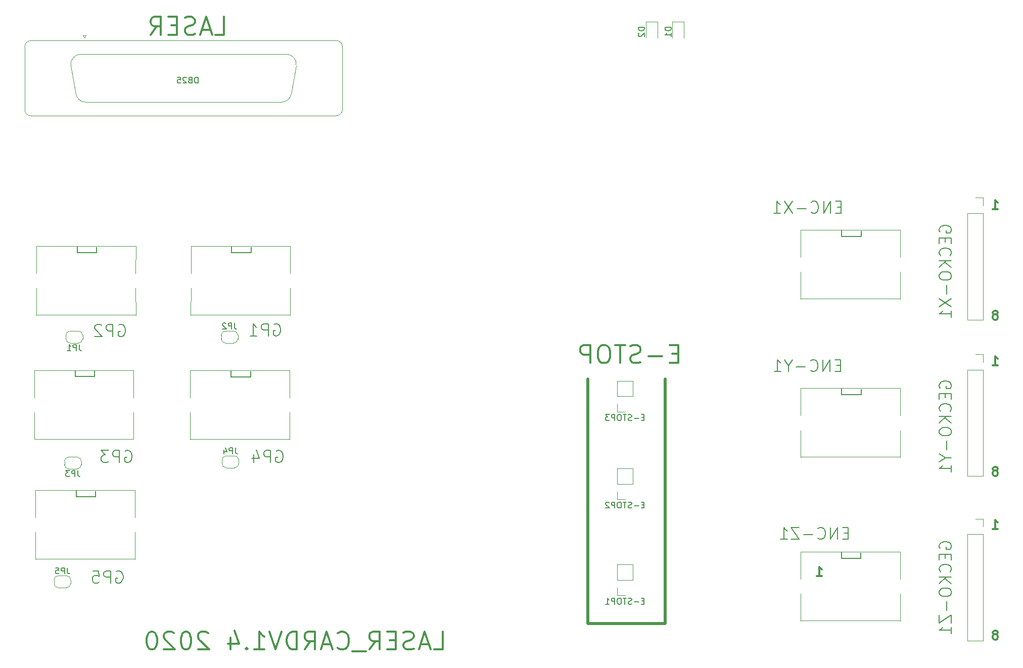
<source format=gbr>
G04 #@! TF.GenerationSoftware,KiCad,Pcbnew,(5.1.4-0-10_14)*
G04 #@! TF.CreationDate,2020-04-27T10:11:36-04:00*
G04 #@! TF.ProjectId,laser_card,6c617365-725f-4636-9172-642e6b696361,rev?*
G04 #@! TF.SameCoordinates,Original*
G04 #@! TF.FileFunction,Legend,Bot*
G04 #@! TF.FilePolarity,Positive*
%FSLAX46Y46*%
G04 Gerber Fmt 4.6, Leading zero omitted, Abs format (unit mm)*
G04 Created by KiCad (PCBNEW (5.1.4-0-10_14)) date 2020-04-27 10:11:36*
%MOMM*%
%LPD*%
G04 APERTURE LIST*
%ADD10C,0.300000*%
%ADD11C,0.500000*%
%ADD12C,0.120000*%
%ADD13C,0.150000*%
G04 APERTURE END LIST*
D10*
X93642857Y-42357142D02*
X95071428Y-42357142D01*
X95071428Y-39357142D01*
X92785714Y-41500000D02*
X91357142Y-41500000D01*
X93071428Y-42357142D02*
X92071428Y-39357142D01*
X91071428Y-42357142D01*
X90214285Y-42214285D02*
X89785714Y-42357142D01*
X89071428Y-42357142D01*
X88785714Y-42214285D01*
X88642857Y-42071428D01*
X88500000Y-41785714D01*
X88500000Y-41500000D01*
X88642857Y-41214285D01*
X88785714Y-41071428D01*
X89071428Y-40928571D01*
X89642857Y-40785714D01*
X89928571Y-40642857D01*
X90071428Y-40500000D01*
X90214285Y-40214285D01*
X90214285Y-39928571D01*
X90071428Y-39642857D01*
X89928571Y-39500000D01*
X89642857Y-39357142D01*
X88928571Y-39357142D01*
X88500000Y-39500000D01*
X87214285Y-40785714D02*
X86214285Y-40785714D01*
X85785714Y-42357142D02*
X87214285Y-42357142D01*
X87214285Y-39357142D01*
X85785714Y-39357142D01*
X82785714Y-42357142D02*
X83785714Y-40928571D01*
X84500000Y-42357142D02*
X84500000Y-39357142D01*
X83357142Y-39357142D01*
X83071428Y-39500000D01*
X82928571Y-39642857D01*
X82785714Y-39928571D01*
X82785714Y-40357142D01*
X82928571Y-40642857D01*
X83071428Y-40785714D01*
X83357142Y-40928571D01*
X84500000Y-40928571D01*
D11*
X156000000Y-141000000D02*
X156000000Y-100000000D01*
X169000000Y-141000000D02*
X156000000Y-141000000D01*
X169000000Y-100000000D02*
X169000000Y-141000000D01*
D10*
X171142857Y-95785714D02*
X170142857Y-95785714D01*
X169714285Y-97357142D02*
X171142857Y-97357142D01*
X171142857Y-94357142D01*
X169714285Y-94357142D01*
X168428571Y-96214285D02*
X166142857Y-96214285D01*
X164857142Y-97214285D02*
X164428571Y-97357142D01*
X163714285Y-97357142D01*
X163428571Y-97214285D01*
X163285714Y-97071428D01*
X163142857Y-96785714D01*
X163142857Y-96500000D01*
X163285714Y-96214285D01*
X163428571Y-96071428D01*
X163714285Y-95928571D01*
X164285714Y-95785714D01*
X164571428Y-95642857D01*
X164714285Y-95500000D01*
X164857142Y-95214285D01*
X164857142Y-94928571D01*
X164714285Y-94642857D01*
X164571428Y-94500000D01*
X164285714Y-94357142D01*
X163571428Y-94357142D01*
X163142857Y-94500000D01*
X162285714Y-94357142D02*
X160571428Y-94357142D01*
X161428571Y-97357142D02*
X161428571Y-94357142D01*
X159000000Y-94357142D02*
X158428571Y-94357142D01*
X158142857Y-94500000D01*
X157857142Y-94785714D01*
X157714285Y-95357142D01*
X157714285Y-96357142D01*
X157857142Y-96928571D01*
X158142857Y-97214285D01*
X158428571Y-97357142D01*
X159000000Y-97357142D01*
X159285714Y-97214285D01*
X159571428Y-96928571D01*
X159714285Y-96357142D01*
X159714285Y-95357142D01*
X159571428Y-94785714D01*
X159285714Y-94500000D01*
X159000000Y-94357142D01*
X156428571Y-97357142D02*
X156428571Y-94357142D01*
X155285714Y-94357142D01*
X155000000Y-94500000D01*
X154857142Y-94642857D01*
X154714285Y-94928571D01*
X154714285Y-95357142D01*
X154857142Y-95642857D01*
X155000000Y-95785714D01*
X155285714Y-95928571D01*
X156428571Y-95928571D01*
X194389428Y-133012571D02*
X195246571Y-133012571D01*
X194818000Y-133012571D02*
X194818000Y-131512571D01*
X194960857Y-131726857D01*
X195103714Y-131869714D01*
X195246571Y-131941142D01*
X223853428Y-125138571D02*
X224710571Y-125138571D01*
X224282000Y-125138571D02*
X224282000Y-123638571D01*
X224424857Y-123852857D01*
X224567714Y-123995714D01*
X224710571Y-124067142D01*
X224424857Y-142823428D02*
X224567714Y-142752000D01*
X224639142Y-142680571D01*
X224710571Y-142537714D01*
X224710571Y-142466285D01*
X224639142Y-142323428D01*
X224567714Y-142252000D01*
X224424857Y-142180571D01*
X224139142Y-142180571D01*
X223996285Y-142252000D01*
X223924857Y-142323428D01*
X223853428Y-142466285D01*
X223853428Y-142537714D01*
X223924857Y-142680571D01*
X223996285Y-142752000D01*
X224139142Y-142823428D01*
X224424857Y-142823428D01*
X224567714Y-142894857D01*
X224639142Y-142966285D01*
X224710571Y-143109142D01*
X224710571Y-143394857D01*
X224639142Y-143537714D01*
X224567714Y-143609142D01*
X224424857Y-143680571D01*
X224139142Y-143680571D01*
X223996285Y-143609142D01*
X223924857Y-143537714D01*
X223853428Y-143394857D01*
X223853428Y-143109142D01*
X223924857Y-142966285D01*
X223996285Y-142894857D01*
X224139142Y-142823428D01*
X223853428Y-97706571D02*
X224710571Y-97706571D01*
X224282000Y-97706571D02*
X224282000Y-96206571D01*
X224424857Y-96420857D01*
X224567714Y-96563714D01*
X224710571Y-96635142D01*
X224424857Y-115391428D02*
X224567714Y-115320000D01*
X224639142Y-115248571D01*
X224710571Y-115105714D01*
X224710571Y-115034285D01*
X224639142Y-114891428D01*
X224567714Y-114820000D01*
X224424857Y-114748571D01*
X224139142Y-114748571D01*
X223996285Y-114820000D01*
X223924857Y-114891428D01*
X223853428Y-115034285D01*
X223853428Y-115105714D01*
X223924857Y-115248571D01*
X223996285Y-115320000D01*
X224139142Y-115391428D01*
X224424857Y-115391428D01*
X224567714Y-115462857D01*
X224639142Y-115534285D01*
X224710571Y-115677142D01*
X224710571Y-115962857D01*
X224639142Y-116105714D01*
X224567714Y-116177142D01*
X224424857Y-116248571D01*
X224139142Y-116248571D01*
X223996285Y-116177142D01*
X223924857Y-116105714D01*
X223853428Y-115962857D01*
X223853428Y-115677142D01*
X223924857Y-115534285D01*
X223996285Y-115462857D01*
X224139142Y-115391428D01*
X224424857Y-89229428D02*
X224567714Y-89158000D01*
X224639142Y-89086571D01*
X224710571Y-88943714D01*
X224710571Y-88872285D01*
X224639142Y-88729428D01*
X224567714Y-88658000D01*
X224424857Y-88586571D01*
X224139142Y-88586571D01*
X223996285Y-88658000D01*
X223924857Y-88729428D01*
X223853428Y-88872285D01*
X223853428Y-88943714D01*
X223924857Y-89086571D01*
X223996285Y-89158000D01*
X224139142Y-89229428D01*
X224424857Y-89229428D01*
X224567714Y-89300857D01*
X224639142Y-89372285D01*
X224710571Y-89515142D01*
X224710571Y-89800857D01*
X224639142Y-89943714D01*
X224567714Y-90015142D01*
X224424857Y-90086571D01*
X224139142Y-90086571D01*
X223996285Y-90015142D01*
X223924857Y-89943714D01*
X223853428Y-89800857D01*
X223853428Y-89515142D01*
X223924857Y-89372285D01*
X223996285Y-89300857D01*
X224139142Y-89229428D01*
X223853428Y-71544571D02*
X224710571Y-71544571D01*
X224282000Y-71544571D02*
X224282000Y-70044571D01*
X224424857Y-70258857D01*
X224567714Y-70401714D01*
X224710571Y-70473142D01*
X130285714Y-145357142D02*
X131714285Y-145357142D01*
X131714285Y-142357142D01*
X129428571Y-144500000D02*
X128000000Y-144500000D01*
X129714285Y-145357142D02*
X128714285Y-142357142D01*
X127714285Y-145357142D01*
X126857142Y-145214285D02*
X126428571Y-145357142D01*
X125714285Y-145357142D01*
X125428571Y-145214285D01*
X125285714Y-145071428D01*
X125142857Y-144785714D01*
X125142857Y-144500000D01*
X125285714Y-144214285D01*
X125428571Y-144071428D01*
X125714285Y-143928571D01*
X126285714Y-143785714D01*
X126571428Y-143642857D01*
X126714285Y-143500000D01*
X126857142Y-143214285D01*
X126857142Y-142928571D01*
X126714285Y-142642857D01*
X126571428Y-142500000D01*
X126285714Y-142357142D01*
X125571428Y-142357142D01*
X125142857Y-142500000D01*
X123857142Y-143785714D02*
X122857142Y-143785714D01*
X122428571Y-145357142D02*
X123857142Y-145357142D01*
X123857142Y-142357142D01*
X122428571Y-142357142D01*
X119428571Y-145357142D02*
X120428571Y-143928571D01*
X121142857Y-145357142D02*
X121142857Y-142357142D01*
X120000000Y-142357142D01*
X119714285Y-142500000D01*
X119571428Y-142642857D01*
X119428571Y-142928571D01*
X119428571Y-143357142D01*
X119571428Y-143642857D01*
X119714285Y-143785714D01*
X120000000Y-143928571D01*
X121142857Y-143928571D01*
X118857142Y-145642857D02*
X116571428Y-145642857D01*
X114142857Y-145071428D02*
X114285714Y-145214285D01*
X114714285Y-145357142D01*
X115000000Y-145357142D01*
X115428571Y-145214285D01*
X115714285Y-144928571D01*
X115857142Y-144642857D01*
X116000000Y-144071428D01*
X116000000Y-143642857D01*
X115857142Y-143071428D01*
X115714285Y-142785714D01*
X115428571Y-142500000D01*
X115000000Y-142357142D01*
X114714285Y-142357142D01*
X114285714Y-142500000D01*
X114142857Y-142642857D01*
X113000000Y-144500000D02*
X111571428Y-144500000D01*
X113285714Y-145357142D02*
X112285714Y-142357142D01*
X111285714Y-145357142D01*
X108571428Y-145357142D02*
X109571428Y-143928571D01*
X110285714Y-145357142D02*
X110285714Y-142357142D01*
X109142857Y-142357142D01*
X108857142Y-142500000D01*
X108714285Y-142642857D01*
X108571428Y-142928571D01*
X108571428Y-143357142D01*
X108714285Y-143642857D01*
X108857142Y-143785714D01*
X109142857Y-143928571D01*
X110285714Y-143928571D01*
X107285714Y-145357142D02*
X107285714Y-142357142D01*
X106571428Y-142357142D01*
X106142857Y-142500000D01*
X105857142Y-142785714D01*
X105714285Y-143071428D01*
X105571428Y-143642857D01*
X105571428Y-144071428D01*
X105714285Y-144642857D01*
X105857142Y-144928571D01*
X106142857Y-145214285D01*
X106571428Y-145357142D01*
X107285714Y-145357142D01*
X104714285Y-142357142D02*
X103714285Y-145357142D01*
X102714285Y-142357142D01*
X100142857Y-145357142D02*
X101857142Y-145357142D01*
X101000000Y-145357142D02*
X101000000Y-142357142D01*
X101285714Y-142785714D01*
X101571428Y-143071428D01*
X101857142Y-143214285D01*
X98857142Y-145071428D02*
X98714285Y-145214285D01*
X98857142Y-145357142D01*
X99000000Y-145214285D01*
X98857142Y-145071428D01*
X98857142Y-145357142D01*
X96142857Y-143357142D02*
X96142857Y-145357142D01*
X96857142Y-142214285D02*
X97571428Y-144357142D01*
X95714285Y-144357142D01*
X92428571Y-142642857D02*
X92285714Y-142500000D01*
X92000000Y-142357142D01*
X91285714Y-142357142D01*
X91000000Y-142500000D01*
X90857142Y-142642857D01*
X90714285Y-142928571D01*
X90714285Y-143214285D01*
X90857142Y-143642857D01*
X92571428Y-145357142D01*
X90714285Y-145357142D01*
X88857142Y-142357142D02*
X88571428Y-142357142D01*
X88285714Y-142500000D01*
X88142857Y-142642857D01*
X88000000Y-142928571D01*
X87857142Y-143500000D01*
X87857142Y-144214285D01*
X88000000Y-144785714D01*
X88142857Y-145071428D01*
X88285714Y-145214285D01*
X88571428Y-145357142D01*
X88857142Y-145357142D01*
X89142857Y-145214285D01*
X89285714Y-145071428D01*
X89428571Y-144785714D01*
X89571428Y-144214285D01*
X89571428Y-143500000D01*
X89428571Y-142928571D01*
X89285714Y-142642857D01*
X89142857Y-142500000D01*
X88857142Y-142357142D01*
X86714285Y-142642857D02*
X86571428Y-142500000D01*
X86285714Y-142357142D01*
X85571428Y-142357142D01*
X85285714Y-142500000D01*
X85142857Y-142642857D01*
X85000000Y-142928571D01*
X85000000Y-143214285D01*
X85142857Y-143642857D01*
X86857142Y-145357142D01*
X85000000Y-145357142D01*
X83142857Y-142357142D02*
X82857142Y-142357142D01*
X82571428Y-142500000D01*
X82428571Y-142642857D01*
X82285714Y-142928571D01*
X82142857Y-143500000D01*
X82142857Y-144214285D01*
X82285714Y-144785714D01*
X82428571Y-145071428D01*
X82571428Y-145214285D01*
X82857142Y-145357142D01*
X83142857Y-145357142D01*
X83428571Y-145214285D01*
X83571428Y-145071428D01*
X83714285Y-144785714D01*
X83857142Y-144214285D01*
X83857142Y-143500000D01*
X83714285Y-142928571D01*
X83571428Y-142642857D01*
X83428571Y-142500000D01*
X83142857Y-142357142D01*
D12*
X68700000Y-133000000D02*
X67300000Y-133000000D01*
X66600000Y-133700000D02*
X66600000Y-134300000D01*
X67300000Y-135000000D02*
X68700000Y-135000000D01*
X69400000Y-134300000D02*
X69400000Y-133700000D01*
X69400000Y-133700000D02*
G75*
G03X68700000Y-133000000I-700000J0D01*
G01*
X68700000Y-135000000D02*
G75*
G03X69400000Y-134300000I0J700000D01*
G01*
X66600000Y-134300000D02*
G75*
G03X67300000Y-135000000I700000J0D01*
G01*
X67300000Y-133000000D02*
G75*
G03X66600000Y-133700000I0J-700000D01*
G01*
X96850000Y-112900000D02*
X95450000Y-112900000D01*
X94750000Y-113600000D02*
X94750000Y-114200000D01*
X95450000Y-114900000D02*
X96850000Y-114900000D01*
X97550000Y-114200000D02*
X97550000Y-113600000D01*
X97550000Y-113600000D02*
G75*
G03X96850000Y-112900000I-700000J0D01*
G01*
X96850000Y-114900000D02*
G75*
G03X97550000Y-114200000I0J700000D01*
G01*
X94750000Y-114200000D02*
G75*
G03X95450000Y-114900000I700000J0D01*
G01*
X95450000Y-112900000D02*
G75*
G03X94750000Y-113600000I0J-700000D01*
G01*
X69050000Y-115100000D02*
X70450000Y-115100000D01*
X71150000Y-114400000D02*
X71150000Y-113800000D01*
X70450000Y-113100000D02*
X69050000Y-113100000D01*
X68350000Y-113800000D02*
X68350000Y-114400000D01*
X68350000Y-114400000D02*
G75*
G03X69050000Y-115100000I700000J0D01*
G01*
X69050000Y-113100000D02*
G75*
G03X68350000Y-113800000I0J-700000D01*
G01*
X71150000Y-113800000D02*
G75*
G03X70450000Y-113100000I-700000J0D01*
G01*
X70450000Y-115100000D02*
G75*
G03X71150000Y-114400000I0J700000D01*
G01*
X96700000Y-92000000D02*
X95300000Y-92000000D01*
X94600000Y-92700000D02*
X94600000Y-93300000D01*
X95300000Y-94000000D02*
X96700000Y-94000000D01*
X97400000Y-93300000D02*
X97400000Y-92700000D01*
X97400000Y-92700000D02*
G75*
G03X96700000Y-92000000I-700000J0D01*
G01*
X96700000Y-94000000D02*
G75*
G03X97400000Y-93300000I0J700000D01*
G01*
X94600000Y-93300000D02*
G75*
G03X95300000Y-94000000I700000J0D01*
G01*
X95300000Y-92000000D02*
G75*
G03X94600000Y-92700000I0J-700000D01*
G01*
X69300000Y-94000000D02*
X70700000Y-94000000D01*
X71400000Y-93300000D02*
X71400000Y-92700000D01*
X70700000Y-92000000D02*
X69300000Y-92000000D01*
X68600000Y-92700000D02*
X68600000Y-93300000D01*
X68600000Y-93300000D02*
G75*
G03X69300000Y-94000000I700000J0D01*
G01*
X69300000Y-92000000D02*
G75*
G03X68600000Y-92700000I0J-700000D01*
G01*
X71400000Y-92700000D02*
G75*
G03X70700000Y-92000000I-700000J0D01*
G01*
X70700000Y-94000000D02*
G75*
G03X71400000Y-93300000I0J700000D01*
G01*
D13*
X70333600Y-119725600D02*
X70333600Y-118658800D01*
X73584800Y-119725600D02*
X70333600Y-119725600D01*
X73584800Y-118811200D02*
X73584800Y-119725600D01*
D12*
X80138000Y-118658800D02*
X80130800Y-123224400D01*
X63490800Y-118667000D02*
X63490800Y-123224400D01*
X63490800Y-118667000D02*
X80130800Y-118667000D01*
X80138000Y-130241200D02*
X80130800Y-125724400D01*
X63475600Y-130241200D02*
X63490800Y-125724400D01*
X63490800Y-130178200D02*
X80130800Y-130178200D01*
D13*
X70140800Y-99623600D02*
X70140800Y-98556800D01*
X73392000Y-99623600D02*
X70140800Y-99623600D01*
X73392000Y-98709200D02*
X73392000Y-99623600D01*
D12*
X79945200Y-98556800D02*
X79938000Y-103122400D01*
X63298000Y-98565000D02*
X63298000Y-103122400D01*
X63298000Y-98565000D02*
X79938000Y-98565000D01*
X79945200Y-110139200D02*
X79938000Y-105622400D01*
X63282800Y-110139200D02*
X63298000Y-105622400D01*
X63298000Y-110076200D02*
X79938000Y-110076200D01*
D13*
X96270000Y-99650600D02*
X96270000Y-98583800D01*
X99521200Y-99650600D02*
X96270000Y-99650600D01*
X99521200Y-98736200D02*
X99521200Y-99650600D01*
D12*
X106074400Y-98583800D02*
X106067200Y-103149400D01*
X89427200Y-98592000D02*
X89427200Y-103149400D01*
X89427200Y-98592000D02*
X106067200Y-98592000D01*
X106074400Y-110166200D02*
X106067200Y-105649400D01*
X89412000Y-110166200D02*
X89427200Y-105649400D01*
X89427200Y-110103200D02*
X106067200Y-110103200D01*
D13*
X70483600Y-78830800D02*
X70483600Y-77764000D01*
X73734800Y-78830800D02*
X70483600Y-78830800D01*
X73734800Y-77916400D02*
X73734800Y-78830800D01*
D12*
X80288000Y-77764000D02*
X80280800Y-82329600D01*
X63640800Y-77772200D02*
X63640800Y-82329600D01*
X63640800Y-77772200D02*
X80280800Y-77772200D01*
X80288000Y-89346400D02*
X80280800Y-84829600D01*
X63625600Y-89346400D02*
X63640800Y-84829600D01*
X63640800Y-89283400D02*
X80280800Y-89283400D01*
D13*
X96358600Y-78830800D02*
X96358600Y-77764000D01*
X99609800Y-78830800D02*
X96358600Y-78830800D01*
X99609800Y-77916400D02*
X99609800Y-78830800D01*
D12*
X106163000Y-77764000D02*
X106155800Y-82329600D01*
X89515800Y-77772200D02*
X89515800Y-82329600D01*
X89515800Y-77772200D02*
X106155800Y-77772200D01*
X106163000Y-89346400D02*
X106155800Y-84829600D01*
X89500600Y-89346400D02*
X89515800Y-84829600D01*
X89515800Y-89283400D02*
X106155800Y-89283400D01*
D13*
X198505800Y-130048600D02*
X198505800Y-128981800D01*
X201757000Y-130048600D02*
X198505800Y-130048600D01*
X201757000Y-129134200D02*
X201757000Y-130048600D01*
D12*
X208310200Y-128981800D02*
X208303000Y-133547400D01*
X191663000Y-128990000D02*
X191663000Y-133547400D01*
X191663000Y-128990000D02*
X208303000Y-128990000D01*
X208310200Y-140564200D02*
X208303000Y-136047400D01*
X191647800Y-140564200D02*
X191663000Y-136047400D01*
X191663000Y-140501200D02*
X208303000Y-140501200D01*
D13*
X198542800Y-102651200D02*
X198542800Y-101584400D01*
X201794000Y-102651200D02*
X198542800Y-102651200D01*
X201794000Y-101736800D02*
X201794000Y-102651200D01*
D12*
X208347200Y-101584400D02*
X208340000Y-106150000D01*
X191700000Y-101592600D02*
X191700000Y-106150000D01*
X191700000Y-101592600D02*
X208340000Y-101592600D01*
X208347200Y-113166800D02*
X208340000Y-108650000D01*
X191684800Y-113166800D02*
X191700000Y-108650000D01*
X191700000Y-113103800D02*
X208340000Y-113103800D01*
D13*
X198547800Y-76122000D02*
X198547800Y-75055200D01*
X201799000Y-76122000D02*
X198547800Y-76122000D01*
X201799000Y-75207600D02*
X201799000Y-76122000D01*
D12*
X208352200Y-75055200D02*
X208345000Y-79620800D01*
X191705000Y-75063400D02*
X191705000Y-79620800D01*
X191705000Y-75063400D02*
X208345000Y-75063400D01*
X208352200Y-86637600D02*
X208345000Y-82120800D01*
X191689800Y-86637600D02*
X191705000Y-82120800D01*
X191705000Y-86574600D02*
X208345000Y-86574600D01*
X222259200Y-69657920D02*
X220929200Y-69657920D01*
X222259200Y-70987920D02*
X222259200Y-69657920D01*
X222259200Y-72257920D02*
X219599200Y-72257920D01*
X219599200Y-72257920D02*
X219599200Y-90097920D01*
X222259200Y-72257920D02*
X222259200Y-90097920D01*
X222259200Y-90097920D02*
X219599200Y-90097920D01*
X160920000Y-105530000D02*
X162250000Y-105530000D01*
X160920000Y-104200000D02*
X160920000Y-105530000D01*
X160920000Y-102930000D02*
X163580000Y-102930000D01*
X163580000Y-102930000D02*
X163580000Y-100330000D01*
X160920000Y-102930000D02*
X160920000Y-100330000D01*
X160920000Y-100330000D02*
X163580000Y-100330000D01*
X222259200Y-123455120D02*
X220929200Y-123455120D01*
X222259200Y-124785120D02*
X222259200Y-123455120D01*
X222259200Y-126055120D02*
X219599200Y-126055120D01*
X219599200Y-126055120D02*
X219599200Y-143895120D01*
X222259200Y-126055120D02*
X222259200Y-143895120D01*
X222259200Y-143895120D02*
X219599200Y-143895120D01*
X222259200Y-95870720D02*
X220929200Y-95870720D01*
X222259200Y-97200720D02*
X222259200Y-95870720D01*
X222259200Y-98470720D02*
X219599200Y-98470720D01*
X219599200Y-98470720D02*
X219599200Y-116310720D01*
X222259200Y-98470720D02*
X222259200Y-116310720D01*
X222259200Y-116310720D02*
X219599200Y-116310720D01*
X160920000Y-120205000D02*
X162250000Y-120205000D01*
X160920000Y-118875000D02*
X160920000Y-120205000D01*
X160920000Y-117605000D02*
X163580000Y-117605000D01*
X163580000Y-117605000D02*
X163580000Y-115005000D01*
X160920000Y-117605000D02*
X160920000Y-115005000D01*
X160920000Y-115005000D02*
X163580000Y-115005000D01*
X160920000Y-136305000D02*
X162250000Y-136305000D01*
X160920000Y-134975000D02*
X160920000Y-136305000D01*
X160920000Y-133705000D02*
X163580000Y-133705000D01*
X163580000Y-133705000D02*
X163580000Y-131105000D01*
X160920000Y-133705000D02*
X160920000Y-131105000D01*
X160920000Y-131105000D02*
X163580000Y-131105000D01*
X107171470Y-47568256D02*
X106342733Y-52268256D01*
X69438530Y-47568256D02*
X70267267Y-52268256D01*
X104707952Y-53640000D02*
X71902048Y-53640000D01*
X105536689Y-45620000D02*
X71073311Y-45620000D01*
X71685000Y-42858675D02*
X71935000Y-42425662D01*
X71435000Y-42425662D02*
X71685000Y-42858675D01*
X71935000Y-42425662D02*
X71435000Y-42425662D01*
X114915000Y-54880000D02*
X114915000Y-44380000D01*
X62755000Y-55940000D02*
X113855000Y-55940000D01*
X61695000Y-44380000D02*
X61695000Y-54880000D01*
X113855000Y-43320000D02*
X62755000Y-43320000D01*
X70267267Y-52268256D02*
G75*
G03X71902048Y-53640000I1634781J288256D01*
G01*
X106342733Y-52268256D02*
G75*
G02X104707952Y-53640000I-1634781J288256D01*
G01*
X69438530Y-47568256D02*
G75*
G02X71073311Y-45620000I1634781J288256D01*
G01*
X107171470Y-47568256D02*
G75*
G03X105536689Y-45620000I-1634781J288256D01*
G01*
X62755000Y-55940000D02*
G75*
G02X61695000Y-54880000I0J1060000D01*
G01*
X113855000Y-55940000D02*
G75*
G03X114915000Y-54880000I0J1060000D01*
G01*
X61695000Y-44380000D02*
G75*
G02X62755000Y-43320000I1060000J0D01*
G01*
X113855000Y-43320000D02*
G75*
G02X114915000Y-44380000I0J-1060000D01*
G01*
X167666180Y-40166180D02*
X167666180Y-42851180D01*
X165746180Y-40166180D02*
X167666180Y-40166180D01*
X165746180Y-42851180D02*
X165746180Y-40166180D01*
X172114480Y-40166180D02*
X172114480Y-42851180D01*
X170194480Y-40166180D02*
X172114480Y-40166180D01*
X170194480Y-42851180D02*
X170194480Y-40166180D01*
D13*
X68833333Y-131652380D02*
X68833333Y-132366666D01*
X68880952Y-132509523D01*
X68976190Y-132604761D01*
X69119047Y-132652380D01*
X69214285Y-132652380D01*
X68357142Y-132652380D02*
X68357142Y-131652380D01*
X67976190Y-131652380D01*
X67880952Y-131700000D01*
X67833333Y-131747619D01*
X67785714Y-131842857D01*
X67785714Y-131985714D01*
X67833333Y-132080952D01*
X67880952Y-132128571D01*
X67976190Y-132176190D01*
X68357142Y-132176190D01*
X66880952Y-131652380D02*
X67357142Y-131652380D01*
X67404761Y-132128571D01*
X67357142Y-132080952D01*
X67261904Y-132033333D01*
X67023809Y-132033333D01*
X66928571Y-132080952D01*
X66880952Y-132128571D01*
X66833333Y-132223809D01*
X66833333Y-132461904D01*
X66880952Y-132557142D01*
X66928571Y-132604761D01*
X67023809Y-132652380D01*
X67261904Y-132652380D01*
X67357142Y-132604761D01*
X67404761Y-132557142D01*
X96983333Y-111552380D02*
X96983333Y-112266666D01*
X97030952Y-112409523D01*
X97126190Y-112504761D01*
X97269047Y-112552380D01*
X97364285Y-112552380D01*
X96507142Y-112552380D02*
X96507142Y-111552380D01*
X96126190Y-111552380D01*
X96030952Y-111600000D01*
X95983333Y-111647619D01*
X95935714Y-111742857D01*
X95935714Y-111885714D01*
X95983333Y-111980952D01*
X96030952Y-112028571D01*
X96126190Y-112076190D01*
X96507142Y-112076190D01*
X95078571Y-111885714D02*
X95078571Y-112552380D01*
X95316666Y-111504761D02*
X95554761Y-112219047D01*
X94935714Y-112219047D01*
X70583333Y-115352380D02*
X70583333Y-116066666D01*
X70630952Y-116209523D01*
X70726190Y-116304761D01*
X70869047Y-116352380D01*
X70964285Y-116352380D01*
X70107142Y-116352380D02*
X70107142Y-115352380D01*
X69726190Y-115352380D01*
X69630952Y-115400000D01*
X69583333Y-115447619D01*
X69535714Y-115542857D01*
X69535714Y-115685714D01*
X69583333Y-115780952D01*
X69630952Y-115828571D01*
X69726190Y-115876190D01*
X70107142Y-115876190D01*
X69202380Y-115352380D02*
X68583333Y-115352380D01*
X68916666Y-115733333D01*
X68773809Y-115733333D01*
X68678571Y-115780952D01*
X68630952Y-115828571D01*
X68583333Y-115923809D01*
X68583333Y-116161904D01*
X68630952Y-116257142D01*
X68678571Y-116304761D01*
X68773809Y-116352380D01*
X69059523Y-116352380D01*
X69154761Y-116304761D01*
X69202380Y-116257142D01*
X96833333Y-90652380D02*
X96833333Y-91366666D01*
X96880952Y-91509523D01*
X96976190Y-91604761D01*
X97119047Y-91652380D01*
X97214285Y-91652380D01*
X96357142Y-91652380D02*
X96357142Y-90652380D01*
X95976190Y-90652380D01*
X95880952Y-90700000D01*
X95833333Y-90747619D01*
X95785714Y-90842857D01*
X95785714Y-90985714D01*
X95833333Y-91080952D01*
X95880952Y-91128571D01*
X95976190Y-91176190D01*
X96357142Y-91176190D01*
X95404761Y-90747619D02*
X95357142Y-90700000D01*
X95261904Y-90652380D01*
X95023809Y-90652380D01*
X94928571Y-90700000D01*
X94880952Y-90747619D01*
X94833333Y-90842857D01*
X94833333Y-90938095D01*
X94880952Y-91080952D01*
X95452380Y-91652380D01*
X94833333Y-91652380D01*
X70833333Y-94252380D02*
X70833333Y-94966666D01*
X70880952Y-95109523D01*
X70976190Y-95204761D01*
X71119047Y-95252380D01*
X71214285Y-95252380D01*
X70357142Y-95252380D02*
X70357142Y-94252380D01*
X69976190Y-94252380D01*
X69880952Y-94300000D01*
X69833333Y-94347619D01*
X69785714Y-94442857D01*
X69785714Y-94585714D01*
X69833333Y-94680952D01*
X69880952Y-94728571D01*
X69976190Y-94776190D01*
X70357142Y-94776190D01*
X68833333Y-95252380D02*
X69404761Y-95252380D01*
X69119047Y-95252380D02*
X69119047Y-94252380D01*
X69214285Y-94395238D01*
X69309523Y-94490476D01*
X69404761Y-94538095D01*
X77028571Y-132300000D02*
X77219047Y-132204761D01*
X77504761Y-132204761D01*
X77790476Y-132300000D01*
X77980952Y-132490476D01*
X78076190Y-132680952D01*
X78171428Y-133061904D01*
X78171428Y-133347619D01*
X78076190Y-133728571D01*
X77980952Y-133919047D01*
X77790476Y-134109523D01*
X77504761Y-134204761D01*
X77314285Y-134204761D01*
X77028571Y-134109523D01*
X76933333Y-134014285D01*
X76933333Y-133347619D01*
X77314285Y-133347619D01*
X76076190Y-134204761D02*
X76076190Y-132204761D01*
X75314285Y-132204761D01*
X75123809Y-132300000D01*
X75028571Y-132395238D01*
X74933333Y-132585714D01*
X74933333Y-132871428D01*
X75028571Y-133061904D01*
X75123809Y-133157142D01*
X75314285Y-133252380D01*
X76076190Y-133252380D01*
X73123809Y-132204761D02*
X74076190Y-132204761D01*
X74171428Y-133157142D01*
X74076190Y-133061904D01*
X73885714Y-132966666D01*
X73409523Y-132966666D01*
X73219047Y-133061904D01*
X73123809Y-133157142D01*
X73028571Y-133347619D01*
X73028571Y-133823809D01*
X73123809Y-134014285D01*
X73219047Y-134109523D01*
X73409523Y-134204761D01*
X73885714Y-134204761D01*
X74076190Y-134109523D01*
X74171428Y-134014285D01*
X78528571Y-112100000D02*
X78719047Y-112004761D01*
X79004761Y-112004761D01*
X79290476Y-112100000D01*
X79480952Y-112290476D01*
X79576190Y-112480952D01*
X79671428Y-112861904D01*
X79671428Y-113147619D01*
X79576190Y-113528571D01*
X79480952Y-113719047D01*
X79290476Y-113909523D01*
X79004761Y-114004761D01*
X78814285Y-114004761D01*
X78528571Y-113909523D01*
X78433333Y-113814285D01*
X78433333Y-113147619D01*
X78814285Y-113147619D01*
X77576190Y-114004761D02*
X77576190Y-112004761D01*
X76814285Y-112004761D01*
X76623809Y-112100000D01*
X76528571Y-112195238D01*
X76433333Y-112385714D01*
X76433333Y-112671428D01*
X76528571Y-112861904D01*
X76623809Y-112957142D01*
X76814285Y-113052380D01*
X77576190Y-113052380D01*
X75766666Y-112004761D02*
X74528571Y-112004761D01*
X75195238Y-112766666D01*
X74909523Y-112766666D01*
X74719047Y-112861904D01*
X74623809Y-112957142D01*
X74528571Y-113147619D01*
X74528571Y-113623809D01*
X74623809Y-113814285D01*
X74719047Y-113909523D01*
X74909523Y-114004761D01*
X75480952Y-114004761D01*
X75671428Y-113909523D01*
X75766666Y-113814285D01*
X103828571Y-112100000D02*
X104019047Y-112004761D01*
X104304761Y-112004761D01*
X104590476Y-112100000D01*
X104780952Y-112290476D01*
X104876190Y-112480952D01*
X104971428Y-112861904D01*
X104971428Y-113147619D01*
X104876190Y-113528571D01*
X104780952Y-113719047D01*
X104590476Y-113909523D01*
X104304761Y-114004761D01*
X104114285Y-114004761D01*
X103828571Y-113909523D01*
X103733333Y-113814285D01*
X103733333Y-113147619D01*
X104114285Y-113147619D01*
X102876190Y-114004761D02*
X102876190Y-112004761D01*
X102114285Y-112004761D01*
X101923809Y-112100000D01*
X101828571Y-112195238D01*
X101733333Y-112385714D01*
X101733333Y-112671428D01*
X101828571Y-112861904D01*
X101923809Y-112957142D01*
X102114285Y-113052380D01*
X102876190Y-113052380D01*
X100019047Y-112671428D02*
X100019047Y-114004761D01*
X100495238Y-111909523D02*
X100971428Y-113338095D01*
X99733333Y-113338095D01*
X77428571Y-91000000D02*
X77619047Y-90904761D01*
X77904761Y-90904761D01*
X78190476Y-91000000D01*
X78380952Y-91190476D01*
X78476190Y-91380952D01*
X78571428Y-91761904D01*
X78571428Y-92047619D01*
X78476190Y-92428571D01*
X78380952Y-92619047D01*
X78190476Y-92809523D01*
X77904761Y-92904761D01*
X77714285Y-92904761D01*
X77428571Y-92809523D01*
X77333333Y-92714285D01*
X77333333Y-92047619D01*
X77714285Y-92047619D01*
X76476190Y-92904761D02*
X76476190Y-90904761D01*
X75714285Y-90904761D01*
X75523809Y-91000000D01*
X75428571Y-91095238D01*
X75333333Y-91285714D01*
X75333333Y-91571428D01*
X75428571Y-91761904D01*
X75523809Y-91857142D01*
X75714285Y-91952380D01*
X76476190Y-91952380D01*
X74571428Y-91095238D02*
X74476190Y-91000000D01*
X74285714Y-90904761D01*
X73809523Y-90904761D01*
X73619047Y-91000000D01*
X73523809Y-91095238D01*
X73428571Y-91285714D01*
X73428571Y-91476190D01*
X73523809Y-91761904D01*
X74666666Y-92904761D01*
X73428571Y-92904761D01*
X103428571Y-90886400D02*
X103619047Y-90791161D01*
X103904761Y-90791161D01*
X104190476Y-90886400D01*
X104380952Y-91076876D01*
X104476190Y-91267352D01*
X104571428Y-91648304D01*
X104571428Y-91934019D01*
X104476190Y-92314971D01*
X104380952Y-92505447D01*
X104190476Y-92695923D01*
X103904761Y-92791161D01*
X103714285Y-92791161D01*
X103428571Y-92695923D01*
X103333333Y-92600685D01*
X103333333Y-91934019D01*
X103714285Y-91934019D01*
X102476190Y-92791161D02*
X102476190Y-90791161D01*
X101714285Y-90791161D01*
X101523809Y-90886400D01*
X101428571Y-90981638D01*
X101333333Y-91172114D01*
X101333333Y-91457828D01*
X101428571Y-91648304D01*
X101523809Y-91743542D01*
X101714285Y-91838780D01*
X102476190Y-91838780D01*
X99428571Y-92791161D02*
X100571428Y-92791161D01*
X100000000Y-92791161D02*
X100000000Y-90791161D01*
X100190476Y-91076876D01*
X100380952Y-91267352D01*
X100571428Y-91362590D01*
X199619047Y-125857142D02*
X198952380Y-125857142D01*
X198666666Y-126904761D02*
X199619047Y-126904761D01*
X199619047Y-124904761D01*
X198666666Y-124904761D01*
X197809523Y-126904761D02*
X197809523Y-124904761D01*
X196666666Y-126904761D01*
X196666666Y-124904761D01*
X194571428Y-126714285D02*
X194666666Y-126809523D01*
X194952380Y-126904761D01*
X195142857Y-126904761D01*
X195428571Y-126809523D01*
X195619047Y-126619047D01*
X195714285Y-126428571D01*
X195809523Y-126047619D01*
X195809523Y-125761904D01*
X195714285Y-125380952D01*
X195619047Y-125190476D01*
X195428571Y-125000000D01*
X195142857Y-124904761D01*
X194952380Y-124904761D01*
X194666666Y-125000000D01*
X194571428Y-125095238D01*
X193714285Y-126142857D02*
X192190476Y-126142857D01*
X191428571Y-124904761D02*
X190095238Y-124904761D01*
X191428571Y-126904761D01*
X190095238Y-126904761D01*
X188285714Y-126904761D02*
X189428571Y-126904761D01*
X188857142Y-126904761D02*
X188857142Y-124904761D01*
X189047619Y-125190476D01*
X189238095Y-125380952D01*
X189428571Y-125476190D01*
X198373009Y-97732742D02*
X197706342Y-97732742D01*
X197420628Y-98780361D02*
X198373009Y-98780361D01*
X198373009Y-96780361D01*
X197420628Y-96780361D01*
X196563485Y-98780361D02*
X196563485Y-96780361D01*
X195420628Y-98780361D01*
X195420628Y-96780361D01*
X193325390Y-98589885D02*
X193420628Y-98685123D01*
X193706342Y-98780361D01*
X193896819Y-98780361D01*
X194182533Y-98685123D01*
X194373009Y-98494647D01*
X194468247Y-98304171D01*
X194563485Y-97923219D01*
X194563485Y-97637504D01*
X194468247Y-97256552D01*
X194373009Y-97066076D01*
X194182533Y-96875600D01*
X193896819Y-96780361D01*
X193706342Y-96780361D01*
X193420628Y-96875600D01*
X193325390Y-96970838D01*
X192468247Y-98018457D02*
X190944438Y-98018457D01*
X189611104Y-97827980D02*
X189611104Y-98780361D01*
X190277771Y-96780361D02*
X189611104Y-97827980D01*
X188944438Y-96780361D01*
X187230152Y-98780361D02*
X188373009Y-98780361D01*
X187801580Y-98780361D02*
X187801580Y-96780361D01*
X187992057Y-97066076D01*
X188182533Y-97256552D01*
X188373009Y-97351790D01*
X198473247Y-71203542D02*
X197806580Y-71203542D01*
X197520866Y-72251161D02*
X198473247Y-72251161D01*
X198473247Y-70251161D01*
X197520866Y-70251161D01*
X196663723Y-72251161D02*
X196663723Y-70251161D01*
X195520866Y-72251161D01*
X195520866Y-70251161D01*
X193425628Y-72060685D02*
X193520866Y-72155923D01*
X193806580Y-72251161D01*
X193997057Y-72251161D01*
X194282771Y-72155923D01*
X194473247Y-71965447D01*
X194568485Y-71774971D01*
X194663723Y-71394019D01*
X194663723Y-71108304D01*
X194568485Y-70727352D01*
X194473247Y-70536876D01*
X194282771Y-70346400D01*
X193997057Y-70251161D01*
X193806580Y-70251161D01*
X193520866Y-70346400D01*
X193425628Y-70441638D01*
X192568485Y-71489257D02*
X191044676Y-71489257D01*
X190282771Y-70251161D02*
X188949438Y-72251161D01*
X188949438Y-70251161D02*
X190282771Y-72251161D01*
X187139914Y-72251161D02*
X188282771Y-72251161D01*
X187711342Y-72251161D02*
X187711342Y-70251161D01*
X187901819Y-70536876D01*
X188092295Y-70727352D01*
X188282771Y-70822590D01*
X215000000Y-75428571D02*
X214904761Y-75238095D01*
X214904761Y-74952380D01*
X215000000Y-74666666D01*
X215190476Y-74476190D01*
X215380952Y-74380952D01*
X215761904Y-74285714D01*
X216047619Y-74285714D01*
X216428571Y-74380952D01*
X216619047Y-74476190D01*
X216809523Y-74666666D01*
X216904761Y-74952380D01*
X216904761Y-75142857D01*
X216809523Y-75428571D01*
X216714285Y-75523809D01*
X216047619Y-75523809D01*
X216047619Y-75142857D01*
X215857142Y-76380952D02*
X215857142Y-77047619D01*
X216904761Y-77333333D02*
X216904761Y-76380952D01*
X214904761Y-76380952D01*
X214904761Y-77333333D01*
X216714285Y-79333333D02*
X216809523Y-79238095D01*
X216904761Y-78952380D01*
X216904761Y-78761904D01*
X216809523Y-78476190D01*
X216619047Y-78285714D01*
X216428571Y-78190476D01*
X216047619Y-78095238D01*
X215761904Y-78095238D01*
X215380952Y-78190476D01*
X215190476Y-78285714D01*
X215000000Y-78476190D01*
X214904761Y-78761904D01*
X214904761Y-78952380D01*
X215000000Y-79238095D01*
X215095238Y-79333333D01*
X216904761Y-80190476D02*
X214904761Y-80190476D01*
X216904761Y-81333333D02*
X215761904Y-80476190D01*
X214904761Y-81333333D02*
X216047619Y-80190476D01*
X214904761Y-82571428D02*
X214904761Y-82952380D01*
X215000000Y-83142857D01*
X215190476Y-83333333D01*
X215571428Y-83428571D01*
X216238095Y-83428571D01*
X216619047Y-83333333D01*
X216809523Y-83142857D01*
X216904761Y-82952380D01*
X216904761Y-82571428D01*
X216809523Y-82380952D01*
X216619047Y-82190476D01*
X216238095Y-82095238D01*
X215571428Y-82095238D01*
X215190476Y-82190476D01*
X215000000Y-82380952D01*
X214904761Y-82571428D01*
X216142857Y-84285714D02*
X216142857Y-85809523D01*
X214904761Y-86571428D02*
X216904761Y-87904761D01*
X214904761Y-87904761D02*
X216904761Y-86571428D01*
X216904761Y-89714285D02*
X216904761Y-88571428D01*
X216904761Y-89142857D02*
X214904761Y-89142857D01*
X215190476Y-88952380D01*
X215380952Y-88761904D01*
X215476190Y-88571428D01*
X165440476Y-106458571D02*
X165107142Y-106458571D01*
X164964285Y-106982380D02*
X165440476Y-106982380D01*
X165440476Y-105982380D01*
X164964285Y-105982380D01*
X164535714Y-106601428D02*
X163773809Y-106601428D01*
X163345238Y-106934761D02*
X163202380Y-106982380D01*
X162964285Y-106982380D01*
X162869047Y-106934761D01*
X162821428Y-106887142D01*
X162773809Y-106791904D01*
X162773809Y-106696666D01*
X162821428Y-106601428D01*
X162869047Y-106553809D01*
X162964285Y-106506190D01*
X163154761Y-106458571D01*
X163250000Y-106410952D01*
X163297619Y-106363333D01*
X163345238Y-106268095D01*
X163345238Y-106172857D01*
X163297619Y-106077619D01*
X163250000Y-106030000D01*
X163154761Y-105982380D01*
X162916666Y-105982380D01*
X162773809Y-106030000D01*
X162488095Y-105982380D02*
X161916666Y-105982380D01*
X162202380Y-106982380D02*
X162202380Y-105982380D01*
X161392857Y-105982380D02*
X161202380Y-105982380D01*
X161107142Y-106030000D01*
X161011904Y-106125238D01*
X160964285Y-106315714D01*
X160964285Y-106649047D01*
X161011904Y-106839523D01*
X161107142Y-106934761D01*
X161202380Y-106982380D01*
X161392857Y-106982380D01*
X161488095Y-106934761D01*
X161583333Y-106839523D01*
X161630952Y-106649047D01*
X161630952Y-106315714D01*
X161583333Y-106125238D01*
X161488095Y-106030000D01*
X161392857Y-105982380D01*
X160535714Y-106982380D02*
X160535714Y-105982380D01*
X160154761Y-105982380D01*
X160059523Y-106030000D01*
X160011904Y-106077619D01*
X159964285Y-106172857D01*
X159964285Y-106315714D01*
X160011904Y-106410952D01*
X160059523Y-106458571D01*
X160154761Y-106506190D01*
X160535714Y-106506190D01*
X159630952Y-105982380D02*
X159011904Y-105982380D01*
X159345238Y-106363333D01*
X159202380Y-106363333D01*
X159107142Y-106410952D01*
X159059523Y-106458571D01*
X159011904Y-106553809D01*
X159011904Y-106791904D01*
X159059523Y-106887142D01*
X159107142Y-106934761D01*
X159202380Y-106982380D01*
X159488095Y-106982380D01*
X159583333Y-106934761D01*
X159630952Y-106887142D01*
X215000000Y-128428571D02*
X214904761Y-128238095D01*
X214904761Y-127952380D01*
X215000000Y-127666666D01*
X215190476Y-127476190D01*
X215380952Y-127380952D01*
X215761904Y-127285714D01*
X216047619Y-127285714D01*
X216428571Y-127380952D01*
X216619047Y-127476190D01*
X216809523Y-127666666D01*
X216904761Y-127952380D01*
X216904761Y-128142857D01*
X216809523Y-128428571D01*
X216714285Y-128523809D01*
X216047619Y-128523809D01*
X216047619Y-128142857D01*
X215857142Y-129380952D02*
X215857142Y-130047619D01*
X216904761Y-130333333D02*
X216904761Y-129380952D01*
X214904761Y-129380952D01*
X214904761Y-130333333D01*
X216714285Y-132333333D02*
X216809523Y-132238095D01*
X216904761Y-131952380D01*
X216904761Y-131761904D01*
X216809523Y-131476190D01*
X216619047Y-131285714D01*
X216428571Y-131190476D01*
X216047619Y-131095238D01*
X215761904Y-131095238D01*
X215380952Y-131190476D01*
X215190476Y-131285714D01*
X215000000Y-131476190D01*
X214904761Y-131761904D01*
X214904761Y-131952380D01*
X215000000Y-132238095D01*
X215095238Y-132333333D01*
X216904761Y-133190476D02*
X214904761Y-133190476D01*
X216904761Y-134333333D02*
X215761904Y-133476190D01*
X214904761Y-134333333D02*
X216047619Y-133190476D01*
X214904761Y-135571428D02*
X214904761Y-135952380D01*
X215000000Y-136142857D01*
X215190476Y-136333333D01*
X215571428Y-136428571D01*
X216238095Y-136428571D01*
X216619047Y-136333333D01*
X216809523Y-136142857D01*
X216904761Y-135952380D01*
X216904761Y-135571428D01*
X216809523Y-135380952D01*
X216619047Y-135190476D01*
X216238095Y-135095238D01*
X215571428Y-135095238D01*
X215190476Y-135190476D01*
X215000000Y-135380952D01*
X214904761Y-135571428D01*
X216142857Y-137285714D02*
X216142857Y-138809523D01*
X214904761Y-139571428D02*
X214904761Y-140904761D01*
X216904761Y-139571428D01*
X216904761Y-140904761D01*
X216904761Y-142714285D02*
X216904761Y-141571428D01*
X216904761Y-142142857D02*
X214904761Y-142142857D01*
X215190476Y-141952380D01*
X215380952Y-141761904D01*
X215476190Y-141571428D01*
X215000000Y-101523809D02*
X214904761Y-101333333D01*
X214904761Y-101047619D01*
X215000000Y-100761904D01*
X215190476Y-100571428D01*
X215380952Y-100476190D01*
X215761904Y-100380952D01*
X216047619Y-100380952D01*
X216428571Y-100476190D01*
X216619047Y-100571428D01*
X216809523Y-100761904D01*
X216904761Y-101047619D01*
X216904761Y-101238095D01*
X216809523Y-101523809D01*
X216714285Y-101619047D01*
X216047619Y-101619047D01*
X216047619Y-101238095D01*
X215857142Y-102476190D02*
X215857142Y-103142857D01*
X216904761Y-103428571D02*
X216904761Y-102476190D01*
X214904761Y-102476190D01*
X214904761Y-103428571D01*
X216714285Y-105428571D02*
X216809523Y-105333333D01*
X216904761Y-105047619D01*
X216904761Y-104857142D01*
X216809523Y-104571428D01*
X216619047Y-104380952D01*
X216428571Y-104285714D01*
X216047619Y-104190476D01*
X215761904Y-104190476D01*
X215380952Y-104285714D01*
X215190476Y-104380952D01*
X215000000Y-104571428D01*
X214904761Y-104857142D01*
X214904761Y-105047619D01*
X215000000Y-105333333D01*
X215095238Y-105428571D01*
X216904761Y-106285714D02*
X214904761Y-106285714D01*
X216904761Y-107428571D02*
X215761904Y-106571428D01*
X214904761Y-107428571D02*
X216047619Y-106285714D01*
X214904761Y-108666666D02*
X214904761Y-109047619D01*
X215000000Y-109238095D01*
X215190476Y-109428571D01*
X215571428Y-109523809D01*
X216238095Y-109523809D01*
X216619047Y-109428571D01*
X216809523Y-109238095D01*
X216904761Y-109047619D01*
X216904761Y-108666666D01*
X216809523Y-108476190D01*
X216619047Y-108285714D01*
X216238095Y-108190476D01*
X215571428Y-108190476D01*
X215190476Y-108285714D01*
X215000000Y-108476190D01*
X214904761Y-108666666D01*
X216142857Y-110380952D02*
X216142857Y-111904761D01*
X215952380Y-113238095D02*
X216904761Y-113238095D01*
X214904761Y-112571428D02*
X215952380Y-113238095D01*
X214904761Y-113904761D01*
X216904761Y-115619047D02*
X216904761Y-114476190D01*
X216904761Y-115047619D02*
X214904761Y-115047619D01*
X215190476Y-114857142D01*
X215380952Y-114666666D01*
X215476190Y-114476190D01*
X165440476Y-121133571D02*
X165107142Y-121133571D01*
X164964285Y-121657380D02*
X165440476Y-121657380D01*
X165440476Y-120657380D01*
X164964285Y-120657380D01*
X164535714Y-121276428D02*
X163773809Y-121276428D01*
X163345238Y-121609761D02*
X163202380Y-121657380D01*
X162964285Y-121657380D01*
X162869047Y-121609761D01*
X162821428Y-121562142D01*
X162773809Y-121466904D01*
X162773809Y-121371666D01*
X162821428Y-121276428D01*
X162869047Y-121228809D01*
X162964285Y-121181190D01*
X163154761Y-121133571D01*
X163250000Y-121085952D01*
X163297619Y-121038333D01*
X163345238Y-120943095D01*
X163345238Y-120847857D01*
X163297619Y-120752619D01*
X163250000Y-120705000D01*
X163154761Y-120657380D01*
X162916666Y-120657380D01*
X162773809Y-120705000D01*
X162488095Y-120657380D02*
X161916666Y-120657380D01*
X162202380Y-121657380D02*
X162202380Y-120657380D01*
X161392857Y-120657380D02*
X161202380Y-120657380D01*
X161107142Y-120705000D01*
X161011904Y-120800238D01*
X160964285Y-120990714D01*
X160964285Y-121324047D01*
X161011904Y-121514523D01*
X161107142Y-121609761D01*
X161202380Y-121657380D01*
X161392857Y-121657380D01*
X161488095Y-121609761D01*
X161583333Y-121514523D01*
X161630952Y-121324047D01*
X161630952Y-120990714D01*
X161583333Y-120800238D01*
X161488095Y-120705000D01*
X161392857Y-120657380D01*
X160535714Y-121657380D02*
X160535714Y-120657380D01*
X160154761Y-120657380D01*
X160059523Y-120705000D01*
X160011904Y-120752619D01*
X159964285Y-120847857D01*
X159964285Y-120990714D01*
X160011904Y-121085952D01*
X160059523Y-121133571D01*
X160154761Y-121181190D01*
X160535714Y-121181190D01*
X159583333Y-120752619D02*
X159535714Y-120705000D01*
X159440476Y-120657380D01*
X159202380Y-120657380D01*
X159107142Y-120705000D01*
X159059523Y-120752619D01*
X159011904Y-120847857D01*
X159011904Y-120943095D01*
X159059523Y-121085952D01*
X159630952Y-121657380D01*
X159011904Y-121657380D01*
X165440476Y-137233571D02*
X165107142Y-137233571D01*
X164964285Y-137757380D02*
X165440476Y-137757380D01*
X165440476Y-136757380D01*
X164964285Y-136757380D01*
X164535714Y-137376428D02*
X163773809Y-137376428D01*
X163345238Y-137709761D02*
X163202380Y-137757380D01*
X162964285Y-137757380D01*
X162869047Y-137709761D01*
X162821428Y-137662142D01*
X162773809Y-137566904D01*
X162773809Y-137471666D01*
X162821428Y-137376428D01*
X162869047Y-137328809D01*
X162964285Y-137281190D01*
X163154761Y-137233571D01*
X163250000Y-137185952D01*
X163297619Y-137138333D01*
X163345238Y-137043095D01*
X163345238Y-136947857D01*
X163297619Y-136852619D01*
X163250000Y-136805000D01*
X163154761Y-136757380D01*
X162916666Y-136757380D01*
X162773809Y-136805000D01*
X162488095Y-136757380D02*
X161916666Y-136757380D01*
X162202380Y-137757380D02*
X162202380Y-136757380D01*
X161392857Y-136757380D02*
X161202380Y-136757380D01*
X161107142Y-136805000D01*
X161011904Y-136900238D01*
X160964285Y-137090714D01*
X160964285Y-137424047D01*
X161011904Y-137614523D01*
X161107142Y-137709761D01*
X161202380Y-137757380D01*
X161392857Y-137757380D01*
X161488095Y-137709761D01*
X161583333Y-137614523D01*
X161630952Y-137424047D01*
X161630952Y-137090714D01*
X161583333Y-136900238D01*
X161488095Y-136805000D01*
X161392857Y-136757380D01*
X160535714Y-137757380D02*
X160535714Y-136757380D01*
X160154761Y-136757380D01*
X160059523Y-136805000D01*
X160011904Y-136852619D01*
X159964285Y-136947857D01*
X159964285Y-137090714D01*
X160011904Y-137185952D01*
X160059523Y-137233571D01*
X160154761Y-137281190D01*
X160535714Y-137281190D01*
X159011904Y-137757380D02*
X159583333Y-137757380D01*
X159297619Y-137757380D02*
X159297619Y-136757380D01*
X159392857Y-136900238D01*
X159488095Y-136995476D01*
X159583333Y-137043095D01*
X90714285Y-50452380D02*
X90714285Y-49452380D01*
X90476190Y-49452380D01*
X90333333Y-49500000D01*
X90238095Y-49595238D01*
X90190476Y-49690476D01*
X90142857Y-49880952D01*
X90142857Y-50023809D01*
X90190476Y-50214285D01*
X90238095Y-50309523D01*
X90333333Y-50404761D01*
X90476190Y-50452380D01*
X90714285Y-50452380D01*
X89380952Y-49928571D02*
X89238095Y-49976190D01*
X89190476Y-50023809D01*
X89142857Y-50119047D01*
X89142857Y-50261904D01*
X89190476Y-50357142D01*
X89238095Y-50404761D01*
X89333333Y-50452380D01*
X89714285Y-50452380D01*
X89714285Y-49452380D01*
X89380952Y-49452380D01*
X89285714Y-49500000D01*
X89238095Y-49547619D01*
X89190476Y-49642857D01*
X89190476Y-49738095D01*
X89238095Y-49833333D01*
X89285714Y-49880952D01*
X89380952Y-49928571D01*
X89714285Y-49928571D01*
X88761904Y-49547619D02*
X88714285Y-49500000D01*
X88619047Y-49452380D01*
X88380952Y-49452380D01*
X88285714Y-49500000D01*
X88238095Y-49547619D01*
X88190476Y-49642857D01*
X88190476Y-49738095D01*
X88238095Y-49880952D01*
X88809523Y-50452380D01*
X88190476Y-50452380D01*
X87285714Y-49452380D02*
X87761904Y-49452380D01*
X87809523Y-49928571D01*
X87761904Y-49880952D01*
X87666666Y-49833333D01*
X87428571Y-49833333D01*
X87333333Y-49880952D01*
X87285714Y-49928571D01*
X87238095Y-50023809D01*
X87238095Y-50261904D01*
X87285714Y-50357142D01*
X87333333Y-50404761D01*
X87428571Y-50452380D01*
X87666666Y-50452380D01*
X87761904Y-50404761D01*
X87809523Y-50357142D01*
X165508560Y-41113084D02*
X164508560Y-41113084D01*
X164508560Y-41351180D01*
X164556180Y-41494037D01*
X164651418Y-41589275D01*
X164746656Y-41636894D01*
X164937132Y-41684513D01*
X165079989Y-41684513D01*
X165270465Y-41636894D01*
X165365703Y-41589275D01*
X165460941Y-41494037D01*
X165508560Y-41351180D01*
X165508560Y-41113084D01*
X164603799Y-42065465D02*
X164556180Y-42113084D01*
X164508560Y-42208322D01*
X164508560Y-42446418D01*
X164556180Y-42541656D01*
X164603799Y-42589275D01*
X164699037Y-42636894D01*
X164794275Y-42636894D01*
X164937132Y-42589275D01*
X165508560Y-42017846D01*
X165508560Y-42636894D01*
X169956860Y-41113084D02*
X168956860Y-41113084D01*
X168956860Y-41351180D01*
X169004480Y-41494037D01*
X169099718Y-41589275D01*
X169194956Y-41636894D01*
X169385432Y-41684513D01*
X169528289Y-41684513D01*
X169718765Y-41636894D01*
X169814003Y-41589275D01*
X169909241Y-41494037D01*
X169956860Y-41351180D01*
X169956860Y-41113084D01*
X169956860Y-42636894D02*
X169956860Y-42065465D01*
X169956860Y-42351180D02*
X168956860Y-42351180D01*
X169099718Y-42255941D01*
X169194956Y-42160703D01*
X169242575Y-42065465D01*
M02*

</source>
